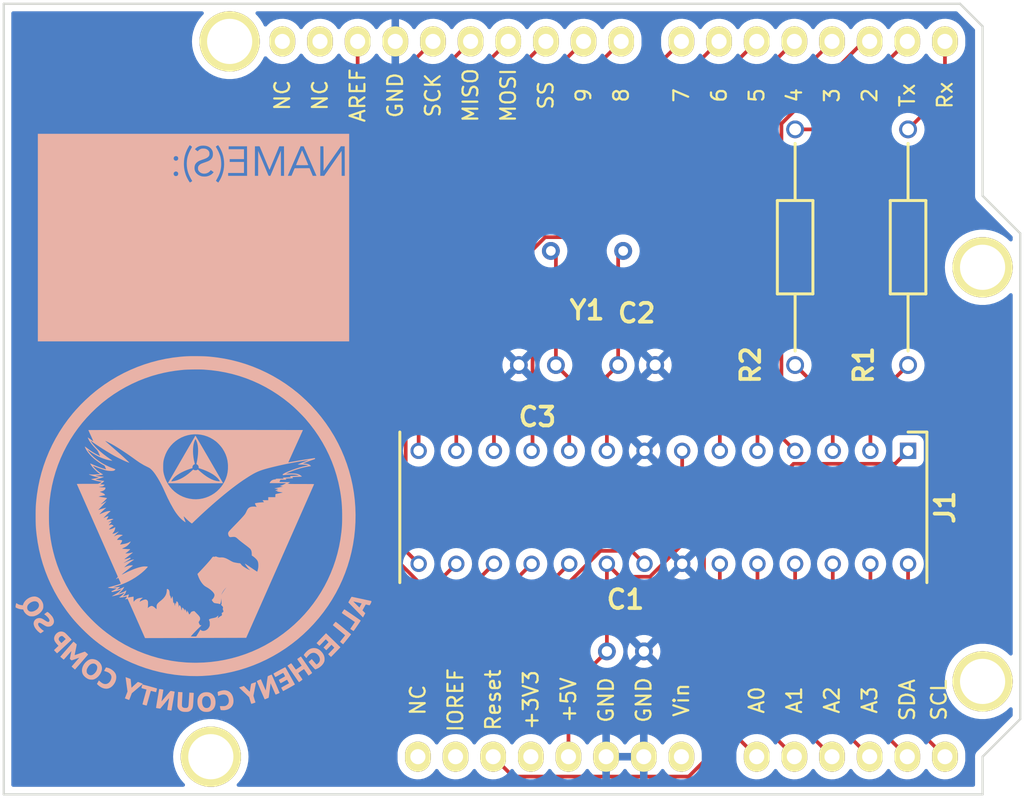
<source format=kicad_pcb>
(kicad_pcb (version 20211014) (generator pcbnew)
  (title_block (date "lun. 30 mars 2015"))
  (layers (0 "F.Cu" signal) (31 "B.Cu" signal) (34 "B.Paste" user) (35 "F.Paste" user) (36 "B.SilkS" user "B.Silkscreen") (37 "F.SilkS" user "F.Silkscreen") (38 "B.Mask" user) (39 "F.Mask" user) (44 "Edge.Cuts" user))
  (net 0 "")
  (net 1 "/IOREF")
  (net 2 "/Reset")
  (net 3 "+5V")
  (net 4 "GND")
  (net 5 "/Vin")
  (net 6 "/A0")
  (net 7 "/A1")
  (net 8 "/A2")
  (net 9 "/A3")
  (net 10 "/AREF")
  (net 11 "/A4(SDA)")
  (net 12 "/A5(SCL)")
  (net 13 "/9(**)")
  (net 14 "/8")
  (net 15 "/7")
  (net 16 "/6(**)")
  (net 17 "/5(**)")
  (net 18 "/4")
  (net 19 "/3(**)")
  (net 20 "/2")
  (net 21 "/1(Tx)")
  (net 22 "/0(Rx)")
  (net 23 "Net-(J1-Pad2)")
  (net 24 "Net-(J1-Pad3)")
  (net 25 "/CLK1")
  (net 26 "/CLK2")
  (net 27 "/13(SCK)")
  (net 28 "/10(**{slash}SS)")
  (net 29 "/11(**{slash}MOSI)")
  (net 30 "+3V3")
  (net 31 "/12(MISO)")
  (footprint "Socket_Arduino_Uno:Socket_Strip_Arduino_1x08" (layer "F.Cu") (at 138.938 123.825)
    (fp_text reference "P1" hide)
    (fp_text value "Power" hide)
    (pad "1" thru_hole oval locked (at 0 0) (size 1.7272 2.032) (drill 1.016) (layers *.Cu *.Mask "F.SilkS"))
    (pad "2" thru_hole oval locked (at 2.54 0) (size 1.7272 2.032) (drill 1.016) (layers *.Cu *.Mask "F.SilkS") (net 1 "/IOREF"))
    (pad "3" thru_hole oval locked (at 5.08 0) (size 1.7272 2.032) (drill 1.016) (layers *.Cu *.Mask "F.SilkS") (net 2 "/Reset"))
    (pad "4" thru_hole oval locked (at 7.62 0) (size 1.7272 2.032) (drill 1.016) (layers *.Cu *.Mask "F.SilkS") (net 30 "+3V3"))
    (pad "5" thru_hole oval locked (at 10.16 0) (size 1.7272 2.032) (drill 1.016) (layers *.Cu *.Mask "F.SilkS") (net 3 "+5V"))
    (pad "6" thru_hole oval locked (at 12.7 0) (size 1.7272 2.032) (drill 1.016) (layers *.Cu *.Mask "F.SilkS") (net 4 "GND"))
    (pad "7" thru_hole oval locked (at 15.24 0) (size 1.7272 2.032) (drill 1.016) (layers *.Cu *.Mask "F.SilkS") (net 4 "GND"))
    (pad "8" thru_hole oval locked (at 17.78 0) (size 1.7272 2.032) (drill 1.016) (layers *.Cu *.Mask "F.SilkS") (net 5 "/Vin"))
  )
  (footprint "Socket_Arduino_Uno:Socket_Strip_Arduino_1x06" (layer "F.Cu") (at 161.798 123.825)
    (fp_text reference "P2" hide)
    (fp_text value "Analog" hide)
    (pad "1" thru_hole oval locked (at 0 0) (size 1.7272 2.032) (drill 1.016) (layers *.Cu *.Mask "F.SilkS") (net 6 "/A0"))
    (pad "2" thru_hole oval locked (at 2.54 0) (size 1.7272 2.032) (drill 1.016) (layers *.Cu *.Mask "F.SilkS") (net 7 "/A1"))
    (pad "3" thru_hole oval locked (at 5.08 0) (size 1.7272 2.032) (drill 1.016) (layers *.Cu *.Mask "F.SilkS") (net 8 "/A2"))
    (pad "4" thru_hole oval locked (at 7.62 0) (size 1.7272 2.032) (drill 1.016) (layers *.Cu *.Mask "F.SilkS") (net 9 "/A3"))
    (pad "5" thru_hole oval locked (at 10.16 0) (size 1.7272 2.032) (drill 1.016) (layers *.Cu *.Mask "F.SilkS") (net 11 "/A4(SDA)"))
    (pad "6" thru_hole oval locked (at 12.7 0) (size 1.7272 2.032) (drill 1.016) (layers *.Cu *.Mask "F.SilkS") (net 12 "/A5(SCL)"))
  )
  (footprint "Socket_Arduino_Uno:Socket_Strip_Arduino_1x10" (layer "F.Cu") (at 129.794 75.565)
    (fp_text reference "P3" hide)
    (fp_text value "Digital" hide)
    (pad "1" thru_hole oval locked (at 0 0) (size 1.7272 2.032) (drill 1.016) (layers *.Cu *.Mask "F.SilkS"))
    (pad "2" thru_hole oval locked (at 2.54 0) (size 1.7272 2.032) (drill 1.016) (layers *.Cu *.Mask "F.SilkS"))
    (pad "3" thru_hole oval locked (at 5.08 0) (size 1.7272 2.032) (drill 1.016) (layers *.Cu *.Mask "F.SilkS") (net 10 "/AREF"))
    (pad "4" thru_hole oval locked (at 7.62 0) (size 1.7272 2.032) (drill 1.016) (layers *.Cu *.Mask "F.SilkS") (net 4 "GND"))
    (pad "5" thru_hole oval locked (at 10.16 0) (size 1.7272 2.032) (drill 1.016) (layers *.Cu *.Mask "F.SilkS") (net 27 "/13(SCK)"))
    (pad "6" thru_hole oval locked (at 12.7 0) (size 1.7272 2.032) (drill 1.016) (layers *.Cu *.Mask "F.SilkS") (net 31 "/12(MISO)"))
    (pad "7" thru_hole oval locked (at 15.24 0) (size 1.7272 2.032) (drill 1.016) (layers *.Cu *.Mask "F.SilkS") (net 29 "/11(**{slash}MOSI)"))
    (pad "8" thru_hole oval locked (at 17.78 0) (size 1.7272 2.032) (drill 1.016) (layers *.Cu *.Mask "F.SilkS") (net 28 "/10(**{slash}SS)"))
    (pad "9" thru_hole oval locked (at 20.32 0) (size 1.7272 2.032) (drill 1.016) (layers *.Cu *.Mask "F.SilkS") (net 13 "/9(**)"))
    (pad "10" thru_hole oval locked (at 22.86 0) (size 1.7272 2.032) (drill 1.016) (layers *.Cu *.Mask "F.SilkS") (net 14 "/8"))
  )
  (footprint "Socket_Arduino_Uno:Socket_Strip_Arduino_1x08" (layer "F.Cu") (at 156.718 75.565)
    (fp_text reference "P4" hide)
    (fp_text value "Digital" hide)
    (pad "1" thru_hole oval locked (at 0 0) (size 1.7272 2.032) (drill 1.016) (layers *.Cu *.Mask "F.SilkS") (net 15 "/7"))
    (pad "2" thru_hole oval locked (at 2.54 0) (size 1.7272 2.032) (drill 1.016) (layers *.Cu *.Mask "F.SilkS") (net 16 "/6(**)"))
    (pad "3" thru_hole oval locked (at 5.08 0) (size 1.7272 2.032) (drill 1.016) (layers *.Cu *.Mask "F.SilkS") (net 17 "/5(**)"))
    (pad "4" thru_hole oval locked (at 7.62 0) (size 1.7272 2.032) (drill 1.016) (layers *.Cu *.Mask "F.SilkS") (net 18 "/4"))
    (pad "5" thru_hole oval locked (at 10.16 0) (size 1.7272 2.032) (drill 1.016) (layers *.Cu *.Mask "F.SilkS") (net 19 "/3(**)"))
    (pad "6" thru_hole oval locked (at 12.7 0) (size 1.7272 2.032) (drill 1.016) (layers *.Cu *.Mask "F.SilkS") (net 20 "/2"))
    (pad "7" thru_hole oval locked (at 15.24 0) (size 1.7272 2.032) (drill 1.016) (layers *.Cu *.Mask "F.SilkS") (net 21 "/1(Tx)"))
    (pad "8" thru_hole oval locked (at 17.78 0) (size 1.7272 2.032) (drill 1.016) (layers *.Cu *.Mask "F.SilkS") (net 22 "/0(Rx)"))
  )
  (footprint "Socket_Arduino_Uno:Arduino_1pin" (layer "F.Cu") (at 124.968 123.825)
    (fp_text reference "P5" hide)
    (fp_text value "CONN_01X01" hide)
    (pad "1" thru_hole circle locked (at 0 0) (size 4.064 4.064) (drill 3.048) (layers *.Cu *.Mask "F.SilkS"))
  )
  (footprint "Socket_Arduino_Uno:Arduino_1pin" (layer "F.Cu") (at 177.038 118.745)
    (fp_text reference "P6" hide)
    (fp_text value "CONN_01X01" hide)
    (pad "1" thru_hole circle locked (at 0 0) (size 4.064 4.064) (drill 3.048) (layers *.Cu *.Mask "F.SilkS"))
  )
  (footprint "Socket_Arduino_Uno:Arduino_1pin" (layer "F.Cu") (at 126.238 75.565)
    (fp_text reference "P7" hide)
    (fp_text value "CONN_01X01" hide)
    (pad "1" thru_hole circle locked (at 0 0) (size 4.064 4.064) (drill 3.048) (layers *.Cu *.Mask "F.SilkS"))
  )
  (footprint "Socket_Arduino_Uno:Arduino_1pin" (layer "F.Cu") (at 177.038 90.805)
    (fp_text reference "P8" hide)
    (fp_text value "CONN_01X01" hide)
    (pad "1" thru_hole circle locked (at 0 0) (size 4.064 4.064) (drill 3.048) (layers *.Cu *.Mask "F.SilkS"))
  )
  (footprint "ardustack-mcu:RESAD1590W60L630D240" (layer "F.Cu") (at 172.01 89.45 90)
    (fp_text reference "R1" (at -7.95 -3 90) (layer "F.SilkS") (effects (font (size 1.27 1.27) (thickness 0.254))))
    (fp_text value "CFR-25JR-52-10K" hide)
    (pad "1" thru_hole circle (at -7.95 0 90) (size 1.2 1.2) (drill 0.8) (layers *.Cu *.Mask) (net 23 "Net-(J1-Pad2)"))
    (pad "2" thru_hole circle (at 7.95 0 90) (size 1.2 1.2) (drill 0.8) (layers *.Cu *.Mask) (net 22 "/0(Rx)"))
  )
  (footprint "ardustack-mcu:RESAD1590W60L630D240" (layer "F.Cu") (at 164.39 89.45 90)
    (fp_text reference "R2" (at -7.95 -3 90) (layer "F.SilkS") (effects (font (size 1.27 1.27) (thickness 0.254))))
    (fp_text value "CFR-25JR-52-10K" hide)
    (pad "1" thru_hole circle (at -7.95 0 90) (size 1.2 1.2) (drill 0.8) (layers *.Cu *.Mask) (net 24 "Net-(J1-Pad3)"))
    (pad "2" thru_hole circle (at 7.95 0 90) (size 1.2 1.2) (drill 0.8) (layers *.Cu *.Mask) (net 21 "/1(Tx)"))
  )
  (footprint "ardustack-mcu:DIPS1524W51P254L3556H457Q28N" (layer "F.Cu") (at 155.5 107 -90)
    (fp_text reference "J1" (at 0 -19 90) (layer "F.SilkS") (effects (font (size 1.27 1.27) (thickness 0.254))))
    (fp_text value "1-2199298-9" hide)
    (pad "1" thru_hole rect (at -3.81 -16.51 270) (size 1.1 1.1) (drill 0.7) (layers *.Cu *.Mask) (net 2 "/Reset"))
    (pad "2" thru_hole circle (at -3.81 -13.97 270) (size 1.1 1.1) (drill 0.7) (layers *.Cu *.Mask) (net 23 "Net-(J1-Pad2)"))
    (pad "3" thru_hole circle (at -3.81 -11.43 270) (size 1.1 1.1) (drill 0.7) (layers *.Cu *.Mask) (net 24 "Net-(J1-Pad3)"))
    (pad "4" thru_hole circle (at -3.81 -8.89 270) (size 1.1 1.1) (drill 0.7) (layers *.Cu *.Mask) (net 20 "/2"))
    (pad "5" thru_hole circle (at -3.81 -6.35 270) (size 1.1 1.1) (drill 0.7) (layers *.Cu *.Mask) (net 19 "/3(**)"))
    (pad "6" thru_hole circle (at -3.81 -3.81 270) (size 1.1 1.1) (drill 0.7) (layers *.Cu *.Mask) (net 18 "/4"))
    (pad "7" thru_hole circle (at -3.81 -1.27 270) (size 1.1 1.1) (drill 0.7) (layers *.Cu *.Mask) (net 3 "+5V"))
    (pad "8" thru_hole circle (at -3.81 1.27 270) (size 1.1 1.1) (drill 0.7) (layers *.Cu *.Mask) (net 4 "GND"))
    (pad "9" thru_hole circle (at -3.81 3.81 270) (size 1.1 1.1) (drill 0.7) (layers *.Cu *.Mask) (net 25 "/CLK1"))
    (pad "10" thru_hole circle (at -3.81 6.35 270) (size 1.1 1.1) (drill 0.7) (layers *.Cu *.Mask) (net 26 "/CLK2"))
    (pad "11" thru_hole circle (at -3.81 8.89 270) (size 1.1 1.1) (drill 0.7) (layers *.Cu *.Mask) (net 17 "/5(**)"))
    (pad "12" thru_hole circle (at -3.81 11.43 270) (size 1.1 1.1) (drill 0.7) (layers *.Cu *.Mask) (net 16 "/6(**)"))
    (pad "13" thru_hole circle (at -3.81 13.97 270) (size 1.1 1.1) (drill 0.7) (layers *.Cu *.Mask) (net 15 "/7"))
    (pad "14" thru_hole circle (at -3.81 16.51 270) (size 1.1 1.1) (drill 0.7) (layers *.Cu *.Mask) (net 14 "/8"))
    (pad "15" thru_hole circle (at 3.81 16.51 270) (size 1.1 1.1) (drill 0.7) (layers *.Cu *.Mask) (net 13 "/9(**)"))
    (pad "16" thru_hole circle (at 3.81 13.97 270) (size 1.1 1.1) (drill 0.7) (layers *.Cu *.Mask) (net 28 "/10(**{slash}SS)"))
    (pad "17" thru_hole circle (at 3.81 11.43 270) (size 1.1 1.1) (drill 0.7) (layers *.Cu *.Mask) (net 29 "/11(**{slash}MOSI)"))
    (pad "18" thru_hole circle (at 3.81 8.89 270) (size 1.1 1.1) (drill 0.7) (layers *.Cu *.Mask) (net 31 "/12(MISO)"))
    (pad "19" thru_hole circle (at 3.81 6.35 270) (size 1.1 1.1) (drill 0.7) (layers *.Cu *.Mask) (net 27 "/13(SCK)"))
    (pad "20" thru_hole circle (at 3.81 3.81 270) (size 1.1 1.1) (drill 0.7) (layers *.Cu *.Mask) (net 3 "+5V"))
    (pad "21" thru_hole circle (at 3.81 1.27 270) (size 1.1 1.1) (drill 0.7) (layers *.Cu *.Mask) (net 10 "/AREF"))
    (pad "22" thru_hole circle (at 3.81 -1.27 270) (size 1.1 1.1) (drill 0.7) (layers *.Cu *.Mask) (net 4 "GND"))
    (pad "23" thru_hole circle (at 3.81 -3.81 270) (size 1.1 1.1) (drill 0.7) (layers *.Cu *.Mask) (net 6 "/A0"))
    (pad "24" thru_hole circle (at 3.81 -6.35 270) (size 1.1 1.1) (drill 0.7) (layers *.Cu *.Mask) (net 7 "/A1"))
    (pad "25" thru_hole circle (at 3.81 -8.89 270) (size 1.1 1.1) (drill 0.7) (layers *.Cu *.Mask) (net 8 "/A2"))
    (pad "26" thru_hole circle (at 3.81 -11.43 270) (size 1.1 1.1) (drill 0.7) (layers *.Cu *.Mask) (net 9 "/A3"))
    (pad "27" thru_hole circle (at 3.81 -13.97 270) (size 1.1 1.1) (drill 0.7) (layers *.Cu *.Mask) (net 11 "/A4(SDA)"))
    (pad "28" thru_hole circle (at 3.81 -16.51 270) (size 1.1 1.1) (drill 0.7) (layers *.Cu *.Mask) (net 12 "/A5(SCL)"))
  )
  (footprint "ardustack-mcu:K220J15C0GF5TL2" (layer "F.Cu") (at 147 97.4 180)
    (fp_text reference "C3" (at 0 -3.5) (layer "F.SilkS") (effects (font (size 1.27 1.27) (thickness 0.254))))
    (fp_text value "K220J15C0GF5TL2" hide)
    (pad "1" thru_hole circle (at -1.25 0 180) (size 1.2 1.2) (drill 0.75) (layers *.Cu *.Mask) (net 26 "/CLK2"))
    (pad "2" thru_hole circle (at 1.25 0 180) (size 1.2 1.2) (drill 0.75) (layers *.Cu *.Mask) (net 4 "GND"))
  )
  (footprint "ardustack-mcu:K220J15C0GF5TL2" (layer "F.Cu") (at 153.7 97.4)
    (fp_text reference "C2" (at 0 -3.5) (layer "F.SilkS") (effects (font (size 1.27 1.27) (thickness 0.254))))
    (fp_text value "K220J15C0GF5TL2" hide)
    (pad "1" thru_hole circle (at -1.25 0) (size 1.2 1.2) (drill 0.75) (layers *.Cu *.Mask) (net 25 "/CLK1"))
    (pad "2" thru_hole circle (at 1.25 0) (size 1.2 1.2) (drill 0.75) (layers *.Cu *.Mask) (net 4 "GND"))
  )
  (footprint "ardustack-mcu:ABL16000MHZB2" (layer "F.Cu") (at 150.35 89.7 180)
    (fp_text reference "Y1" (at 0 -4) (layer "F.SilkS") (effects (font (size 1.27 1.27) (thickness 0.254))))
    (fp_text value "ABL-16.000MHZ-B2" hide)
    (pad "1" thru_hole circle (at -2.44 0 180) (size 1.205 1.205) (drill 0.657) (layers *.Cu *.Mask) (net 25 "/CLK1"))
    (pad "2" thru_hole circle (at 2.44 0 180) (size 1.205 1.205) (drill 0.657) (layers *.Cu *.Mask) (net 26 "/CLK2"))
  )
  (footprint "ardustack-mcu:K105Z20Y5VF5TL2" (layer "F.Cu") (at 152.94 116.72)
    (fp_text reference "C1" (at 0 -3.5) (layer "F.SilkS") (effects (font (size 1.27 1.27) (thickness 0.254))))
    (fp_text value "K105Z20Y5VF5TL2" hide)
    (pad "1" thru_hole circle (at -1.25 0) (size 1.2 1.2) (drill 0.7) (layers *.Cu *.Mask) (net 3 "+5V"))
    (pad "2" thru_hole circle (at 1.25 0) (size 1.2 1.2) (drill 0.7) (layers *.Cu *.Mask) (net 4 "GND"))
  )
  (footprint "ardustack-mcu:emblem" (layer "B.Cu") (at 123.8 108.8 180)
    (fp_text reference "G***" hide)
    (fp_text value "LOGO" hide)
  )
  (footprint "ardustack-mcu:name_plate" (layer "B.Cu") (at 123.8 88.8 180)
    (fp_text reference "G***" hide)
    (fp_text value "LOGO" hide)
  )
  (gr_line (start 179.578 88.519) (end 177.038 85.979) (layer "Edge.Cuts") (width 0.15))
  (gr_line (start 177.038 126.365) (end 177.038 123.825) (layer "Edge.Cuts") (width 0.15))
  (gr_line (start 177.038 74.549) (end 175.514 73.025) (layer "Edge.Cuts") (width 0.15))
  (gr_line (start 177.038 123.825) (end 179.578 121.285) (layer "Edge.Cuts") (width 0.15))
  (gr_line (start 110.998 73.025) (end 110.998 126.365) (layer "Edge.Cuts") (width 0.15))
  (gr_line (start 179.578 121.285) (end 179.578 88.519) (layer "Edge.Cuts") (width 0.15))
  (gr_line (start 110.998 126.365) (end 177.038 126.365) (layer "Edge.Cuts") (width 0.15))
  (gr_line (start 175.514 73.025) (end 110.998 73.025) (layer "Edge.Cuts") (width 0.15))
  (gr_line (start 177.038 85.979) (end 177.038 74.549) (layer "Edge.Cuts") (width 0.15))
  (gr_text "4" (at 164.338 79.2 90) (layer "F.SilkS") (effects (font (size 1 1))))
  (gr_text "NC" (at 129.794 79.2 90) (layer "F.SilkS") (effects (font (size 1 1))))
  (gr_text "GND" (at 154.178 120 90) (layer "F.SilkS") (effects (font (size 1 1))))
  (gr_text "AREF" (at 134.874 79.2 90) (layer "F.SilkS") (effects (font (size 1 1))))
  (gr_text "+5V" (at 149.098 120 90) (layer "F.SilkS") (effects (font (size 1 1))))
  (gr_text "SCL" (at 174.098 120 90) (layer "F.SilkS") (effects (font (size 1 1))))
  (gr_text "6" (at 159.258 79.2 90) (layer "F.SilkS") (effects (font (size 1 1))))
  (gr_text "GND" (at 151.638 120 90) (layer "F.SilkS") (effects (font (size 1 1))))
  (gr_text "Rx" (at 174.498 79.2 90) (layer "F.SilkS") (effects (font (size 1 1))))
  (gr_text "IOREF" (at 141.478 120 90) (layer "F.SilkS") (effects (font (size 1 1))))
  (gr_text "+3V3" (at 146.558 120 90) (layer "F.SilkS") (effects (font (size 1 1))))
  (gr_text "MOSI" (at 145.034 79.2 90) (layer "F.SilkS") (effects (font (size 1 1))))
  (gr_text "Vin" (at 156.718 120 90) (layer "F.SilkS") (effects (font (size 1 1))))
  (gr_text "NC" (at 132.334 79.2 90) (layer "F.SilkS") (effects (font (size 1 1))))
  (gr_text "5" (at 161.798 79.2 90) (layer "F.SilkS") (effects (font (size 1 1))))
  (gr_text "SDA" (at 171.958 120 90) (layer "F.SilkS") (effects (font (size 1 1))))
  (gr_text "A2" (at 166.878 120 90) (layer "F.SilkS") (effects (font (size 1 1))))
  (gr_text "A0" (at 161.798 120 90) (layer "F.SilkS") (effects (font (size 1 1))))
  (gr_text "Tx" (at 171.958 79.2 90) (layer "F.SilkS") (effects (font (size 1 1))))
  (gr_text "8" (at 152.654 79.2 90) (layer "F.SilkS") (effects (font (size 1 1))))
  (gr_text "MISO" (at 142.494 79.2 90) (layer "F.SilkS") (effects (font (size 1 1))))
  (gr_text "SS" (at 147.574 79.2 90) (layer "F.SilkS") (effects (font (size 1 1))))
  (gr_text "NC" (at 138.938 120 90) (layer "F.SilkS") (effects (font (size 1 1))))
  (gr_text "A1" (at 164.338 120 90) (layer "F.SilkS") (effects (font (size 1 1))))
  (gr_text "9" (at 150.114 79.2 90) (layer "F.SilkS") (effects (font (size 1 1))))
  (gr_text "Reset" (at 144.018 120 90) (layer "F.SilkS") (effects (font (size 1 1))))
  (gr_text "3" (at 166.878 79.2 90) (layer "F.SilkS") (effects (font (size 1 1))))
  (gr_text "GND" (at 137.414 79.2 90) (layer "F.SilkS") (effects (font (size 1 1))))
  (gr_text "SCK" (at 139.954 79.2 90) (layer "F.SilkS") (effects (font (size 1 1))))
  (gr_text "A3" (at 169.418 120 90) (layer "F.SilkS") (effects (font (size 1 1))))
  (gr_text "7" (at 156.718 79.2 90) (layer "F.SilkS") (effects (font (size 1 1))))
  (gr_text "2" (at 169.418 79.2 90) (layer "F.SilkS") (effects (font (size 1 1))))
  (segment (start 158.242 124.133655) (end 157.210135 125.16552) (width 0.25) (layer "F.Cu") (net 2))
  (segment (start 157.210135 125.16552) (end 145.35852 125.16552) (width 0.25) (layer "F.Cu") (net 2))
  (segment (start 145.35852 125.16552) (end 144.018 123.825) (width 0.25) (layer "F.Cu") (net 2))
  (segment (start 164.286489 104.064511) (end 158.242 110.109) (width 0.25) (layer "F.Cu") (net 2))
  (segment (start 158.242 110.109) (end 158.242 124.133655) (width 0.25) (layer "F.Cu") (net 2))
  (segment (start 172.01 103.19) (end 171.135489 104.064511) (width 0.25) (layer "F.Cu") (net 2))
  (segment (start 171.135489 104.064511) (end 164.286489 104.064511) (width 0.25) (layer "F.Cu") (net 2))
  (segment (start 149.098 123.825) (end 149.098 119.312) (width 0.25) (layer "F.Cu") (net 3))
  (segment (start 154.592235 111.684511) (end 152.564511 111.684511) (width 0.25) (layer "F.Cu") (net 3))
  (segment (start 149.098 119.312) (end 151.69 116.72) (width 0.25) (layer "F.Cu") (net 3))
  (segment (start 151.69 110.81) (end 151.69 116.72) (width 0.25) (layer "F.Cu") (net 3))
  (segment (start 156.77 103.19) (end 156.77 109.506746) (width 0.25) (layer "F.Cu") (net 3))
  (segment (start 156.77 109.506746) (end 154.592235 111.684511) (width 0.25) (layer "F.Cu") (net 3))
  (segment (start 152.564511 111.684511) (end 151.69 110.81) (width 0.25) (layer "F.Cu") (net 3))
  (segment (start 159.31 121.337) (end 161.798 123.825) (width 0.25) (layer "F.Cu") (net 6))
  (segment (start 159.31 110.81) (end 159.31 121.337) (width 0.25) (layer "F.Cu") (net 6))
  (segment (start 161.85 110.81) (end 161.85 121.337) (width 0.25) (layer "F.Cu") (net 7))
  (segment (start 161.85 121.337) (end 164.338 123.825) (width 0.25) (layer "F.Cu") (net 7))
  (segment (start 164.39 110.81) (end 164.39 121.337) (width 0.25) (layer "F.Cu") (net 8))
  (segment (start 164.39 121.337) (end 166.878 123.825) (width 0.25) (layer "F.Cu") (net 8))
  (segment (start 166.93 110.81) (end 166.93 121.337) (width 0.25) (layer "F.Cu") (net 9))
  (segment (start 166.93 121.337) (end 169.418 123.825) (width 0.25) (layer "F.Cu") (net 9))
  (segment (start 147.257666 113.93908) (end 151.261257 109.935489) (width 0.25) (layer "F.Cu") (net 10))
  (segment (start 134.874 75.565) (end 134.874 111.888434) (width 0.25) (layer "F.Cu") (net 10))
  (segment (start 134.874 111.888434) (end 136.924646 113.93908) (width 0.25) (layer "F.Cu") (net 10))
  (segment (start 153.355489 109.935489) (end 154.23 110.81) (width 0.25) (layer "F.Cu") (net 10))
  (segment (start 151.261257 109.935489) (end 153.355489 109.935489) (width 0.25) (layer "F.Cu") (net 10))
  (segment (start 136.924646 113.93908) (end 147.257666 113.93908) (width 0.25) (layer "F.Cu") (net 10))
  (segment (start 169.47 121.337) (end 171.958 123.825) (width 0.25) (layer "F.Cu") (net 11))
  (segment (start 169.47 110.81) (end 169.47 121.337) (width 0.25) (layer "F.Cu") (net 11))
  (segment (start 172.01 121.337) (end 174.498 123.825) (width 0.25) (layer "F.Cu") (net 12))
  (segment (start 172.01 110.81) (end 172.01 121.337) (width 0.25) (layer "F.Cu") (net 12))
  (segment (start 138.115489 109.935489) (end 138.99 110.81) (width 0.25) (layer "F.Cu") (net 13))
  (segment (start 138.115489 87.563511) (end 138.115489 109.935489) (width 0.25) (layer "F.Cu") (net 13))
  (segment (start 150.114 75.565) (end 138.115489 87.563511) (width 0.25) (layer "F.Cu") (net 13))
  (segment (start 138.99 89.229) (end 138.99 103.19) (width 0.25) (layer "F.Cu") (net 14))
  (segment (start 152.654 75.565) (end 138.99 89.229) (width 0.25) (layer "F.Cu") (net 14))
  (segment (start 156.718 75.565) (end 141.53 90.753) (width 0.25) (layer "F.Cu") (net 15))
  (segment (start 141.53 90.753) (end 141.53 103.19) (width 0.25) (layer "F.Cu") (net 15))
  (segment (start 159.258 75.565) (end 144.07 90.753) (width 0.25) (layer "F.Cu") (net 16))
  (segment (start 144.07 90.753) (end 144.07 103.19) (width 0.25) (layer "F.Cu") (net 16))
  (segment (start 146.674511 89.624496) (end 146.674511 103.125489) (width 0.25) (layer "F.Cu") (net 17))
  (segment (start 148.590011 88.772989) (end 147.526018 88.772989) (width 0.25) (layer "F.Cu") (net 17))
  (segment (start 147.526018 88.772989) (end 146.674511 89.624496) (width 0.25) (layer "F.Cu") (net 17))
  (segment (start 161.798 75.565) (end 148.590011 88.772989) (width 0.25) (layer "F.Cu") (net 17))
  (segment (start 146.674511 103.125489) (end 146.61 103.19) (width 0.25) (layer "F.Cu") (net 17))
  (segment (start 159.31 80.593) (end 159.31 103.19) (width 0.25) (layer "F.Cu") (net 18))
  (segment (start 164.338 75.565) (end 159.31 80.593) (width 0.25) (layer "F.Cu") (net 18))
  (segment (start 166.878 75.565) (end 161.85 80.593) (width 0.25) (layer "F.Cu") (net 19))
  (segment (start 161.85 80.593) (end 161.85 103.19) (width 0.25) (layer "F.Cu") (net 19))
  (segment (start 169.418 75.565) (end 169.017543 75.565) (width 0.25) (layer "F.Cu") (net 20))
  (segment (start 169.017543 75.565) (end 163.465489 81.117054) (width 0.25) (layer "F.Cu") (net 20))
  (segment (start 163.465489 81.117054) (end 163.465489 102.265489) (width 0.25) (layer "F.Cu") (net 20))
  (segment (start 163.465489 102.265489) (end 164.39 103.19) (width 0.25) (layer "F.Cu") (net 20))
  (segment (start 166.023 81.5) (end 171.958 75.565) (width 0.25) (layer "F.Cu") (net 21))
  (segment (start 164.39 81.5) (end 166.023 81.5) (width 0.25) (layer "F.Cu") (net 21))
  (segment (start 174.498 79.012) (end 174.498 75.565) (width 0.25) (layer "F.Cu") (net 22))
  (segment (start 172.01 81.5) (end 174.498 79.012) (width 0.25) (layer "F.Cu") (net 22))
  (segment (start 169.47 99.94) (end 169.47 103.19) (width 0.25) (layer "F.Cu") (net 23))
  (segment (start 172.01 97.4) (end 169.47 99.94) (width 0.25) (layer "F.Cu") (net 23))
  (segment (start 164.39 97.4) (end 166.93 99.94) (width 0.25) (layer "F.Cu") (net 24))
  (segment (start 166.93 99.94) (end 166.93 103.19) (width 0.25) (layer "F.Cu") (net 24))
  (segment (start 152.45 97.4) (end 151.69 98.16) (width 0.25) (layer "F.Cu") (net 25))
  (segment (start 152.45 97.4) (end 152.45 90.04) (width 0.25) (layer "F.Cu") (net 25))
  (segment (start 151.69 98.16) (end 151.69 103.19) (width 0.25) (layer "F.Cu") (net 25))
  (segment (start 152.45 90.04) (end 152.79 89.7) (width 0.25) (layer "F.Cu") (net 25))
  (segment (start 148.25 97.4) (end 148.25 90.04) (width 0.25) (layer "F.Cu") (net 26))
  (segment (start 148.25 97.4) (end 149.15 98.3) (width 0.25) (layer "F.Cu") (net 26))
  (segment (start 148.25 90.04) (end 147.91 89.7) (width 0.25) (layer "F.Cu") (net 26))
  (segment (start 149.15 98.3) (end 149.15 103.19) (width 0.25) (layer "F.Cu") (net 26))
  (segment (start 137.110843 113.48956) (end 146.47044 113.48956) (width 0.25) (layer "F.Cu") (net 27))
  (segment (start 136.317409 112.696127) (end 137.110843 113.48956) (width 0.25) (layer "F.Cu") (net 27))
  (segment (start 136.317409 79.201591) (end 136.317409 112.696127) (width 0.25) (layer "F.Cu") (net 27))
  (segment (start 146.47044 113.48956) (end 149.15 110.81) (width 0.25) (layer "F.Cu") (net 27))
  (segment (start 139.954 75.565) (end 136.317409 79.201591) (width 0.25) (layer "F.Cu") (net 27))
  (segment (start 140.199 112.141) (end 141.53 110.81) (width 0.25) (layer "F.Cu") (net 28))
  (segment (start 137.665969 110.722715) (end 139.084254 112.141) (width 0.25) (layer "F.Cu") (net 28))
  (segment (start 147.574 75.565) (end 137.665969 85.473031) (width 0.25) (layer "F.Cu") (net 28))
  (segment (start 139.084254 112.141) (end 140.199 112.141) (width 0.25) (layer "F.Cu") (net 28))
  (segment (start 137.665969 85.473031) (end 137.665969 110.722715) (width 0.25) (layer "F.Cu") (net 28))
  (segment (start 137.216449 111.435449) (end 138.37152 112.59052) (width 0.25) (layer "F.Cu") (net 29))
  (segment (start 145.034 75.565) (end 137.216449 83.382551) (width 0.25) (layer "F.Cu") (net 29))
  (segment (start 142.28948 112.59052) (end 144.07 110.81) (width 0.25) (layer "F.Cu") (net 29))
  (segment (start 138.37152 112.59052) (end 142.28948 112.59052) (width 0.25) (layer "F.Cu") (net 29))
  (segment (start 137.216449 83.382551) (end 137.216449 111.435449) (width 0.25) (layer "F.Cu") (net 29))
  (segment (start 136.766929 81.292071) (end 136.766929 112.509929) (width 0.25) (layer "F.Cu") (net 31))
  (segment (start 136.766929 112.509929) (end 137.29704 113.04004) (width 0.25) (layer "F.Cu") (net 31))
  (segment (start 137.29704 113.04004) (end 144.37996 113.04004) (width 0.25) (layer "F.Cu") (net 31))
  (segment (start 144.37996 113.04004) (end 146.61 110.81) (width 0.25) (layer "F.Cu") (net 31))
  (segment (start 142.494 75.565) (end 136.766929 81.292071) (width 0.25) (layer "F.Cu") (net 31))
  (zone (net 4) (net_name "GND") (layer "B.Cu") (connect_pads (clearance 0.508)) (min_thickness 0.254) (fill yes (thermal_gap 0.508) (thermal_bridge_width 0.508))
    (polygon (pts (xy 179.832 126.619) (xy 110.744 126.619) (xy 110.744 72.771) (xy 179.832 72.771)))
  )
)
</source>
